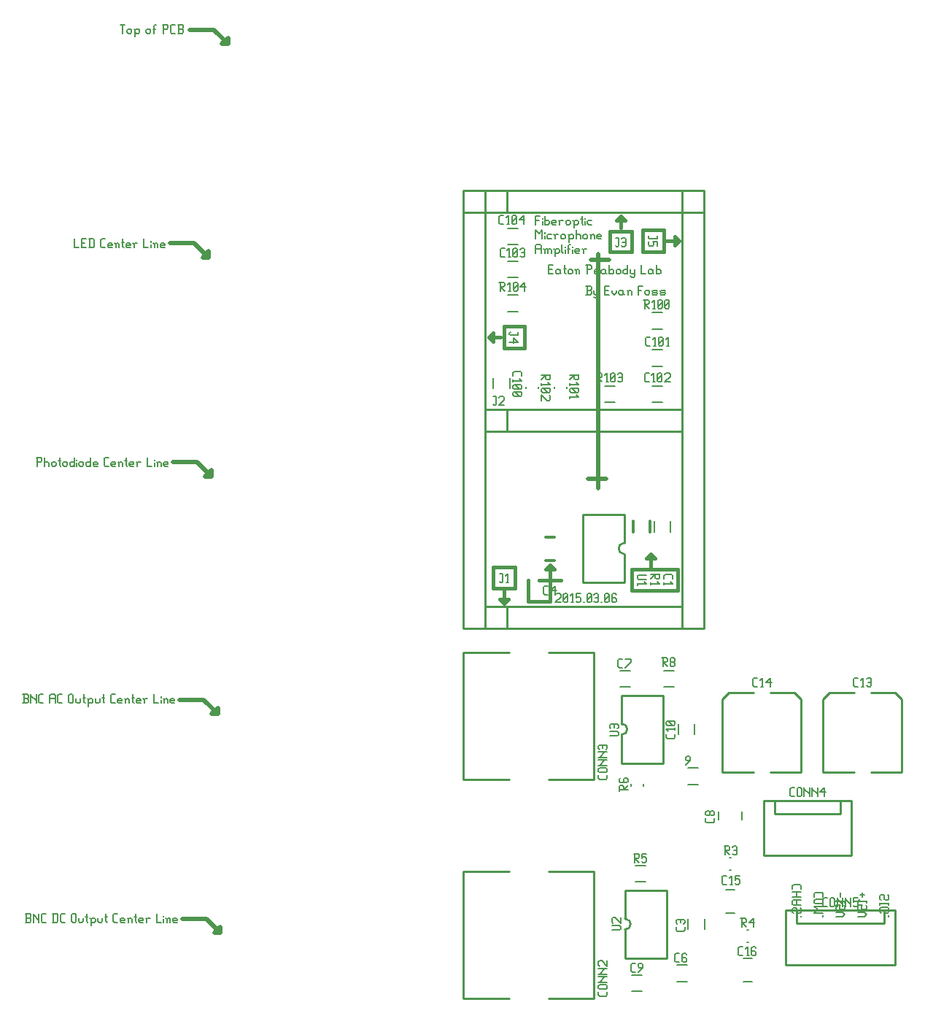
<source format=gbr>
G04 start of page 8 for group -4079 idx -4079 *
G04 Title: (unknown), topsilk *
G04 Creator: pcb 20140316 *
G04 CreationDate: Tue 22 Dec 2015 03:43:44 PM GMT UTC *
G04 For: fosse *
G04 Format: Gerber/RS-274X *
G04 PCB-Dimensions (mil): 5250.00 5000.00 *
G04 PCB-Coordinate-Origin: lower left *
%MOIN*%
%FSLAX25Y25*%
%LNTOPSILK*%
%ADD85C,0.0130*%
%ADD84C,0.0100*%
%ADD83C,0.0080*%
%ADD82C,0.0060*%
%ADD81C,0.0200*%
%ADD80C,0.0150*%
G54D80*X230000Y215600D02*X228000Y213600D01*
X226000Y215600D02*X230000D01*
X228000Y213600D02*X226000Y215600D01*
X228000Y219100D02*Y213600D01*
X233000Y230100D02*Y220600D01*
X223000Y230100D02*X233000D01*
X247000Y229100D02*X249000Y231100D01*
X223000Y230100D02*Y220600D01*
X249000Y225600D02*Y231100D01*
G54D81*X79850Y169600D02*X90850D01*
X97350Y163100D01*
Y165900D01*
X94550Y163100D02*X97350Y165900D01*
X94550Y163100D02*X97350D01*
X81050Y69600D02*X92050D01*
X98550Y63100D01*
Y65900D01*
X95750Y63100D02*X98550Y65900D01*
X95750Y63100D02*X98550D01*
G54D80*X306000Y381100D02*X308000Y379100D01*
X306000Y381100D02*Y377100D01*
X308000Y379100D02*X306000Y377100D01*
X302500Y379100D02*X308000D01*
X301000Y384100D02*Y374100D01*
X291500Y384100D02*X301000D01*
X276500Y383600D02*X286500D01*
X291500Y384100D02*Y374100D01*
X301000D01*
X276500D02*X286500D01*
X279500Y388600D02*X281500Y390600D01*
X279500Y388600D02*X283500D01*
X281500Y390600D02*X283500Y388600D01*
X281500Y390600D02*Y385100D01*
X276500Y383600D02*Y374100D01*
X286500Y383600D02*Y374100D01*
X223000Y333100D02*X221000Y335100D01*
X223000Y337100D02*Y333100D01*
X221000Y335100D02*X223000Y337100D01*
X221000Y335100D02*X226500D01*
X228000Y340100D02*Y330100D01*
X237500D01*
Y340100D02*Y330100D01*
X228000Y340100D02*X237500D01*
X239000Y214600D02*Y224100D01*
X249000Y214600D02*X239000D01*
X249000Y224100D02*Y214600D01*
X251000Y229100D02*X247000D01*
X254000Y224100D02*X244000D01*
X223000Y220600D02*X233000D01*
X307500Y219600D02*X286500D01*
X293000Y234100D02*X295000Y236100D01*
X297000Y234100D02*X293000D01*
X295000Y236100D02*X297000Y234100D01*
X295000Y230600D02*Y236100D01*
X307500Y229100D02*X286500D01*
X249000Y231100D02*X251000Y229100D01*
X286500Y219600D02*Y229100D01*
X307500D02*Y219600D01*
G54D81*X75600Y378100D02*X86600D01*
X93100Y371600D01*
Y374400D01*
X90300Y371600D02*X93100Y374400D01*
X90300Y371600D02*X93100D01*
X76800Y278100D02*X87800D01*
X94300Y271600D01*
Y274400D01*
X91500Y271600D02*X94300Y274400D01*
X91500Y271600D02*X94300D01*
X84550Y475600D02*X95550D01*
X102050Y469100D01*
Y471900D01*
X99250Y469100D02*X102050Y471900D01*
X99250Y469100D02*X102050D01*
X271000Y373000D02*Y266000D01*
X274800Y270600D02*X266300D01*
X267800Y370600D02*X276200D01*
G54D82*X248500Y366100D02*X250000D01*
X248500Y364100D02*X250500D01*
X248500Y368100D02*Y364100D01*
Y368100D02*X250500D01*
X253200Y366100D02*X253700Y365600D01*
X252200Y366100D02*X253200D01*
X251700Y365600D02*X252200Y366100D01*
X251700Y365600D02*Y364600D01*
X252200Y364100D01*
X253700Y366100D02*Y364600D01*
X254200Y364100D01*
X252200D02*X253200D01*
X253700Y364600D01*
X255900Y368100D02*Y364600D01*
X256400Y364100D01*
X255400Y366600D02*X256400D01*
X257400Y365600D02*Y364600D01*
Y365600D02*X257900Y366100D01*
X258900D01*
X259400Y365600D01*
Y364600D01*
X258900Y364100D02*X259400Y364600D01*
X257900Y364100D02*X258900D01*
X257400Y364600D02*X257900Y364100D01*
X261100Y365600D02*Y364100D01*
Y365600D02*X261600Y366100D01*
X262100D01*
X262600Y365600D01*
Y364100D01*
X260600Y366100D02*X261100Y365600D01*
X266100Y368100D02*Y364100D01*
X265600Y368100D02*X267600D01*
X268100Y367600D01*
Y366600D01*
X267600Y366100D02*X268100Y366600D01*
X266100Y366100D02*X267600D01*
X269800Y364100D02*X271300D01*
X269300Y364600D02*X269800Y364100D01*
X269300Y365600D02*Y364600D01*
Y365600D02*X269800Y366100D01*
X270800D01*
X271300Y365600D01*
X269300Y365100D02*X271300D01*
Y365600D02*Y365100D01*
X274000Y366100D02*X274500Y365600D01*
X273000Y366100D02*X274000D01*
X272500Y365600D02*X273000Y366100D01*
X272500Y365600D02*Y364600D01*
X273000Y364100D01*
X274500Y366100D02*Y364600D01*
X275000Y364100D01*
X273000D02*X274000D01*
X274500Y364600D01*
X276200Y368100D02*Y364100D01*
Y364600D02*X276700Y364100D01*
X277700D01*
X278200Y364600D01*
Y365600D02*Y364600D01*
X277700Y366100D02*X278200Y365600D01*
X276700Y366100D02*X277700D01*
X276200Y365600D02*X276700Y366100D01*
X279400Y365600D02*Y364600D01*
Y365600D02*X279900Y366100D01*
X280900D01*
X281400Y365600D01*
Y364600D01*
X280900Y364100D02*X281400Y364600D01*
X279900Y364100D02*X280900D01*
X279400Y364600D02*X279900Y364100D01*
X284600Y368100D02*Y364100D01*
X284100D02*X284600Y364600D01*
X283100Y364100D02*X284100D01*
X282600Y364600D02*X283100Y364100D01*
X282600Y365600D02*Y364600D01*
Y365600D02*X283100Y366100D01*
X284100D01*
X284600Y365600D01*
X285800Y366100D02*Y364600D01*
X286300Y364100D01*
X287800Y366100D02*Y363100D01*
X287300Y362600D02*X287800Y363100D01*
X286300Y362600D02*X287300D01*
X285800Y363100D02*X286300Y362600D01*
Y364100D02*X287300D01*
X287800Y364600D01*
X290800Y368100D02*Y364100D01*
X292800D01*
X295500Y366100D02*X296000Y365600D01*
X294500Y366100D02*X295500D01*
X294000Y365600D02*X294500Y366100D01*
X294000Y365600D02*Y364600D01*
X294500Y364100D01*
X296000Y366100D02*Y364600D01*
X296500Y364100D01*
X294500D02*X295500D01*
X296000Y364600D01*
X297700Y368100D02*Y364100D01*
Y364600D02*X298200Y364100D01*
X299200D01*
X299700Y364600D01*
Y365600D02*Y364600D01*
X299200Y366100D02*X299700Y365600D01*
X298200Y366100D02*X299200D01*
X297700Y365600D02*X298200Y366100D01*
X265500Y354600D02*X267500D01*
X268000Y355100D01*
Y356100D02*Y355100D01*
X267500Y356600D02*X268000Y356100D01*
X266000Y356600D02*X267500D01*
X266000Y358600D02*Y354600D01*
X265500Y358600D02*X267500D01*
X268000Y358100D01*
Y357100D01*
X267500Y356600D02*X268000Y357100D01*
X269200Y356600D02*Y355100D01*
X269700Y354600D01*
X271200Y356600D02*Y353600D01*
X270700Y353100D02*X271200Y353600D01*
X269700Y353100D02*X270700D01*
X269200Y353600D02*X269700Y353100D01*
Y354600D02*X270700D01*
X271200Y355100D01*
X274200Y356600D02*X275700D01*
X274200Y354600D02*X276200D01*
X274200Y358600D02*Y354600D01*
Y358600D02*X276200D01*
X277400Y356600D02*Y355600D01*
X278400Y354600D01*
X279400Y355600D01*
Y356600D02*Y355600D01*
X282100Y356600D02*X282600Y356100D01*
X281100Y356600D02*X282100D01*
X280600Y356100D02*X281100Y356600D01*
X280600Y356100D02*Y355100D01*
X281100Y354600D01*
X282600Y356600D02*Y355100D01*
X283100Y354600D01*
X281100D02*X282100D01*
X282600Y355100D01*
X284800Y356100D02*Y354600D01*
Y356100D02*X285300Y356600D01*
X285800D01*
X286300Y356100D01*
Y354600D01*
X284300Y356600D02*X284800Y356100D01*
X289300Y358600D02*Y354600D01*
Y358600D02*X291300D01*
X289300Y356600D02*X290800D01*
X292500Y356100D02*Y355100D01*
Y356100D02*X293000Y356600D01*
X294000D01*
X294500Y356100D01*
Y355100D01*
X294000Y354600D02*X294500Y355100D01*
X293000Y354600D02*X294000D01*
X292500Y355100D02*X293000Y354600D01*
X296200D02*X297700D01*
X298200Y355100D01*
X297700Y355600D02*X298200Y355100D01*
X296200Y355600D02*X297700D01*
X295700Y356100D02*X296200Y355600D01*
X295700Y356100D02*X296200Y356600D01*
X297700D01*
X298200Y356100D01*
X295700Y355100D02*X296200Y354600D01*
X299900D02*X301400D01*
X301900Y355100D01*
X301400Y355600D02*X301900Y355100D01*
X299900Y355600D02*X301400D01*
X299400Y356100D02*X299900Y355600D01*
X299400Y356100D02*X299900Y356600D01*
X301400D01*
X301900Y356100D01*
X299400Y355100D02*X299900Y354600D01*
X242500Y390600D02*Y386600D01*
Y390600D02*X244500D01*
X242500Y388600D02*X244000D01*
X245700Y389600D02*Y389100D01*
Y388100D02*Y386600D01*
X246700Y390600D02*Y386600D01*
Y387100D02*X247200Y386600D01*
X248200D01*
X248700Y387100D01*
Y388100D02*Y387100D01*
X248200Y388600D02*X248700Y388100D01*
X247200Y388600D02*X248200D01*
X246700Y388100D02*X247200Y388600D01*
X250400Y386600D02*X251900D01*
X249900Y387100D02*X250400Y386600D01*
X249900Y388100D02*Y387100D01*
Y388100D02*X250400Y388600D01*
X251400D01*
X251900Y388100D01*
X249900Y387600D02*X251900D01*
Y388100D02*Y387600D01*
X253600Y388100D02*Y386600D01*
Y388100D02*X254100Y388600D01*
X255100D01*
X253100D02*X253600Y388100D01*
X256300D02*Y387100D01*
Y388100D02*X256800Y388600D01*
X257800D01*
X258300Y388100D01*
Y387100D01*
X257800Y386600D02*X258300Y387100D01*
X256800Y386600D02*X257800D01*
X256300Y387100D02*X256800Y386600D01*
X260000Y388100D02*Y385100D01*
X259500Y388600D02*X260000Y388100D01*
X260500Y388600D01*
X261500D01*
X262000Y388100D01*
Y387100D01*
X261500Y386600D02*X262000Y387100D01*
X260500Y386600D02*X261500D01*
X260000Y387100D02*X260500Y386600D01*
X263700Y390600D02*Y387100D01*
X264200Y386600D01*
X263200Y389100D02*X264200D01*
X265200Y389600D02*Y389100D01*
Y388100D02*Y386600D01*
X266700Y388600D02*X268200D01*
X266200Y388100D02*X266700Y388600D01*
X266200Y388100D02*Y387100D01*
X266700Y386600D01*
X268200D01*
X242500Y384100D02*Y380100D01*
Y384100D02*X244000Y382600D01*
X245500Y384100D01*
Y380100D01*
X246700Y383100D02*Y382600D01*
Y381600D02*Y380100D01*
X248200Y382100D02*X249700D01*
X247700Y381600D02*X248200Y382100D01*
X247700Y381600D02*Y380600D01*
X248200Y380100D01*
X249700D01*
X251400Y381600D02*Y380100D01*
Y381600D02*X251900Y382100D01*
X252900D01*
X250900D02*X251400Y381600D01*
X254100D02*Y380600D01*
Y381600D02*X254600Y382100D01*
X255600D01*
X256100Y381600D01*
Y380600D01*
X255600Y380100D02*X256100Y380600D01*
X254600Y380100D02*X255600D01*
X254100Y380600D02*X254600Y380100D01*
X257800Y381600D02*Y378600D01*
X257300Y382100D02*X257800Y381600D01*
X258300Y382100D01*
X259300D01*
X259800Y381600D01*
Y380600D01*
X259300Y380100D02*X259800Y380600D01*
X258300Y380100D02*X259300D01*
X257800Y380600D02*X258300Y380100D01*
X261000Y384100D02*Y380100D01*
Y381600D02*X261500Y382100D01*
X262500D01*
X263000Y381600D01*
Y380100D01*
X264200Y381600D02*Y380600D01*
Y381600D02*X264700Y382100D01*
X265700D01*
X266200Y381600D01*
Y380600D01*
X265700Y380100D02*X266200Y380600D01*
X264700Y380100D02*X265700D01*
X264200Y380600D02*X264700Y380100D01*
X267900Y381600D02*Y380100D01*
Y381600D02*X268400Y382100D01*
X268900D01*
X269400Y381600D01*
Y380100D01*
X267400Y382100D02*X267900Y381600D01*
X271100Y380100D02*X272600D01*
X270600Y380600D02*X271100Y380100D01*
X270600Y381600D02*Y380600D01*
Y381600D02*X271100Y382100D01*
X272100D01*
X272600Y381600D01*
X270600Y381100D02*X272600D01*
Y381600D02*Y381100D01*
X242500Y377100D02*Y373600D01*
Y377100D02*X243000Y377600D01*
X244500D01*
X245000Y377100D01*
Y373600D01*
X242500Y375600D02*X245000D01*
X246700Y375100D02*Y373600D01*
Y375100D02*X247200Y375600D01*
X247700D01*
X248200Y375100D01*
Y373600D01*
Y375100D02*X248700Y375600D01*
X249200D01*
X249700Y375100D01*
Y373600D01*
X246200Y375600D02*X246700Y375100D01*
X251400D02*Y372100D01*
X250900Y375600D02*X251400Y375100D01*
X251900Y375600D01*
X252900D01*
X253400Y375100D01*
Y374100D01*
X252900Y373600D02*X253400Y374100D01*
X251900Y373600D02*X252900D01*
X251400Y374100D02*X251900Y373600D01*
X254600Y377600D02*Y374100D01*
X255100Y373600D01*
X256100Y376600D02*Y376100D01*
Y375100D02*Y373600D01*
X257600Y377100D02*Y373600D01*
Y377100D02*X258100Y377600D01*
X258600D01*
X257100Y375600D02*X258100D01*
X259600Y376600D02*Y376100D01*
Y375100D02*Y373600D01*
X261100D02*X262600D01*
X260600Y374100D02*X261100Y373600D01*
X260600Y375100D02*Y374100D01*
Y375100D02*X261100Y375600D01*
X262100D01*
X262600Y375100D01*
X260600Y374600D02*X262600D01*
Y375100D02*Y374600D01*
X264300Y375100D02*Y373600D01*
Y375100D02*X264800Y375600D01*
X265800D01*
X263800D02*X264300Y375100D01*
X14900Y280200D02*Y276200D01*
X14400Y280200D02*X16400D01*
X16900Y279700D01*
Y278700D01*
X16400Y278200D02*X16900Y278700D01*
X14900Y278200D02*X16400D01*
X18100Y280200D02*Y276200D01*
Y277700D02*X18600Y278200D01*
X19600D01*
X20100Y277700D01*
Y276200D01*
X21300Y277700D02*Y276700D01*
Y277700D02*X21800Y278200D01*
X22800D01*
X23300Y277700D01*
Y276700D01*
X22800Y276200D02*X23300Y276700D01*
X21800Y276200D02*X22800D01*
X21300Y276700D02*X21800Y276200D01*
X25000Y280200D02*Y276700D01*
X25500Y276200D01*
X24500Y278700D02*X25500D01*
X26500Y277700D02*Y276700D01*
Y277700D02*X27000Y278200D01*
X28000D01*
X28500Y277700D01*
Y276700D01*
X28000Y276200D02*X28500Y276700D01*
X27000Y276200D02*X28000D01*
X26500Y276700D02*X27000Y276200D01*
X31700Y280200D02*Y276200D01*
X31200D02*X31700Y276700D01*
X30200Y276200D02*X31200D01*
X29700Y276700D02*X30200Y276200D01*
X29700Y277700D02*Y276700D01*
Y277700D02*X30200Y278200D01*
X31200D01*
X31700Y277700D01*
X32900Y279200D02*Y278700D01*
Y277700D02*Y276200D01*
X33900Y277700D02*Y276700D01*
Y277700D02*X34400Y278200D01*
X35400D01*
X35900Y277700D01*
Y276700D01*
X35400Y276200D02*X35900Y276700D01*
X34400Y276200D02*X35400D01*
X33900Y276700D02*X34400Y276200D01*
X39100Y280200D02*Y276200D01*
X38600D02*X39100Y276700D01*
X37600Y276200D02*X38600D01*
X37100Y276700D02*X37600Y276200D01*
X37100Y277700D02*Y276700D01*
Y277700D02*X37600Y278200D01*
X38600D01*
X39100Y277700D01*
X40800Y276200D02*X42300D01*
X40300Y276700D02*X40800Y276200D01*
X40300Y277700D02*Y276700D01*
Y277700D02*X40800Y278200D01*
X41800D01*
X42300Y277700D01*
X40300Y277200D02*X42300D01*
Y277700D02*Y277200D01*
X45800Y276200D02*X47300D01*
X45300Y276700D02*X45800Y276200D01*
X45300Y279700D02*Y276700D01*
Y279700D02*X45800Y280200D01*
X47300D01*
X49000Y276200D02*X50500D01*
X48500Y276700D02*X49000Y276200D01*
X48500Y277700D02*Y276700D01*
Y277700D02*X49000Y278200D01*
X50000D01*
X50500Y277700D01*
X48500Y277200D02*X50500D01*
Y277700D02*Y277200D01*
X52200Y277700D02*Y276200D01*
Y277700D02*X52700Y278200D01*
X53200D01*
X53700Y277700D01*
Y276200D01*
X51700Y278200D02*X52200Y277700D01*
X55400Y280200D02*Y276700D01*
X55900Y276200D01*
X54900Y278700D02*X55900D01*
X57400Y276200D02*X58900D01*
X56900Y276700D02*X57400Y276200D01*
X56900Y277700D02*Y276700D01*
Y277700D02*X57400Y278200D01*
X58400D01*
X58900Y277700D01*
X56900Y277200D02*X58900D01*
Y277700D02*Y277200D01*
X60600Y277700D02*Y276200D01*
Y277700D02*X61100Y278200D01*
X62100D01*
X60100D02*X60600Y277700D01*
X65100Y280200D02*Y276200D01*
X67100D01*
X68300Y279200D02*Y278700D01*
Y277700D02*Y276200D01*
X69800Y277700D02*Y276200D01*
Y277700D02*X70300Y278200D01*
X70800D01*
X71300Y277700D01*
Y276200D01*
X69300Y278200D02*X69800Y277700D01*
X73000Y276200D02*X74500D01*
X72500Y276700D02*X73000Y276200D01*
X72500Y277700D02*Y276700D01*
Y277700D02*X73000Y278200D01*
X74000D01*
X74500Y277700D01*
X72500Y277200D02*X74500D01*
Y277700D02*Y277200D01*
X31900Y380100D02*Y376100D01*
X33900D01*
X35100Y378100D02*X36600D01*
X35100Y376100D02*X37100D01*
X35100Y380100D02*Y376100D01*
Y380100D02*X37100D01*
X38800D02*Y376100D01*
X40300Y380100D02*X40800Y379600D01*
Y376600D01*
X40300Y376100D02*X40800Y376600D01*
X38300Y376100D02*X40300D01*
X38300Y380100D02*X40300D01*
X44300Y376100D02*X45800D01*
X43800Y376600D02*X44300Y376100D01*
X43800Y379600D02*Y376600D01*
Y379600D02*X44300Y380100D01*
X45800D01*
X47500Y376100D02*X49000D01*
X47000Y376600D02*X47500Y376100D01*
X47000Y377600D02*Y376600D01*
Y377600D02*X47500Y378100D01*
X48500D01*
X49000Y377600D01*
X47000Y377100D02*X49000D01*
Y377600D02*Y377100D01*
X50700Y377600D02*Y376100D01*
Y377600D02*X51200Y378100D01*
X51700D01*
X52200Y377600D01*
Y376100D01*
X50200Y378100D02*X50700Y377600D01*
X53900Y380100D02*Y376600D01*
X54400Y376100D01*
X53400Y378600D02*X54400D01*
X55900Y376100D02*X57400D01*
X55400Y376600D02*X55900Y376100D01*
X55400Y377600D02*Y376600D01*
Y377600D02*X55900Y378100D01*
X56900D01*
X57400Y377600D01*
X55400Y377100D02*X57400D01*
Y377600D02*Y377100D01*
X59100Y377600D02*Y376100D01*
Y377600D02*X59600Y378100D01*
X60600D01*
X58600D02*X59100Y377600D01*
X63600Y380100D02*Y376100D01*
X65600D01*
X66800Y379100D02*Y378600D01*
Y377600D02*Y376100D01*
X68300Y377600D02*Y376100D01*
Y377600D02*X68800Y378100D01*
X69300D01*
X69800Y377600D01*
Y376100D01*
X67800Y378100D02*X68300Y377600D01*
X71500Y376100D02*X73000D01*
X71000Y376600D02*X71500Y376100D01*
X71000Y377600D02*Y376600D01*
Y377600D02*X71500Y378100D01*
X72500D01*
X73000Y377600D01*
X71000Y377100D02*X73000D01*
Y377600D02*Y377100D01*
X52650Y477900D02*X54650D01*
X53650D02*Y473900D01*
X55850Y475400D02*Y474400D01*
Y475400D02*X56350Y475900D01*
X57350D01*
X57850Y475400D01*
Y474400D01*
X57350Y473900D02*X57850Y474400D01*
X56350Y473900D02*X57350D01*
X55850Y474400D02*X56350Y473900D01*
X59550Y475400D02*Y472400D01*
X59050Y475900D02*X59550Y475400D01*
X60050Y475900D01*
X61050D01*
X61550Y475400D01*
Y474400D01*
X61050Y473900D02*X61550Y474400D01*
X60050Y473900D02*X61050D01*
X59550Y474400D02*X60050Y473900D01*
X64550Y475400D02*Y474400D01*
Y475400D02*X65050Y475900D01*
X66050D01*
X66550Y475400D01*
Y474400D01*
X66050Y473900D02*X66550Y474400D01*
X65050Y473900D02*X66050D01*
X64550Y474400D02*X65050Y473900D01*
X68250Y477400D02*Y473900D01*
Y477400D02*X68750Y477900D01*
X69250D01*
X67750Y475900D02*X68750D01*
X72550Y477900D02*Y473900D01*
X72050Y477900D02*X74050D01*
X74550Y477400D01*
Y476400D01*
X74050Y475900D02*X74550Y476400D01*
X72550Y475900D02*X74050D01*
X76250Y473900D02*X77750D01*
X75750Y474400D02*X76250Y473900D01*
X75750Y477400D02*Y474400D01*
Y477400D02*X76250Y477900D01*
X77750D01*
X78950Y473900D02*X80950D01*
X81450Y474400D01*
Y475400D02*Y474400D01*
X80950Y475900D02*X81450Y475400D01*
X79450Y475900D02*X80950D01*
X79450Y477900D02*Y473900D01*
X78950Y477900D02*X80950D01*
X81450Y477400D01*
Y476400D01*
X80950Y475900D02*X81450Y476400D01*
X8150Y168100D02*X10150D01*
X10650Y168600D01*
Y169600D02*Y168600D01*
X10150Y170100D02*X10650Y169600D01*
X8650Y170100D02*X10150D01*
X8650Y172100D02*Y168100D01*
X8150Y172100D02*X10150D01*
X10650Y171600D01*
Y170600D01*
X10150Y170100D02*X10650Y170600D01*
X11850Y172100D02*Y168100D01*
Y172100D02*Y171600D01*
X14350Y169100D01*
Y172100D02*Y168100D01*
X16050D02*X17550D01*
X15550Y168600D02*X16050Y168100D01*
X15550Y171600D02*Y168600D01*
Y171600D02*X16050Y172100D01*
X17550D01*
X20550Y171600D02*Y168100D01*
Y171600D02*X21050Y172100D01*
X22550D01*
X23050Y171600D01*
Y168100D01*
X20550Y170100D02*X23050D01*
X24750Y168100D02*X26250D01*
X24250Y168600D02*X24750Y168100D01*
X24250Y171600D02*Y168600D01*
Y171600D02*X24750Y172100D01*
X26250D01*
X29250Y171600D02*Y168600D01*
Y171600D02*X29750Y172100D01*
X30750D01*
X31250Y171600D01*
Y168600D01*
X30750Y168100D02*X31250Y168600D01*
X29750Y168100D02*X30750D01*
X29250Y168600D02*X29750Y168100D01*
X32450Y170100D02*Y168600D01*
X32950Y168100D01*
X33950D01*
X34450Y168600D01*
Y170100D02*Y168600D01*
X36150Y172100D02*Y168600D01*
X36650Y168100D01*
X35650Y170600D02*X36650D01*
X38150Y169600D02*Y166600D01*
X37650Y170100D02*X38150Y169600D01*
X38650Y170100D01*
X39650D01*
X40150Y169600D01*
Y168600D01*
X39650Y168100D02*X40150Y168600D01*
X38650Y168100D02*X39650D01*
X38150Y168600D02*X38650Y168100D01*
X41350Y170100D02*Y168600D01*
X41850Y168100D01*
X42850D01*
X43350Y168600D01*
Y170100D02*Y168600D01*
X45050Y172100D02*Y168600D01*
X45550Y168100D01*
X44550Y170600D02*X45550D01*
X48850Y168100D02*X50350D01*
X48350Y168600D02*X48850Y168100D01*
X48350Y171600D02*Y168600D01*
Y171600D02*X48850Y172100D01*
X50350D01*
X52050Y168100D02*X53550D01*
X51550Y168600D02*X52050Y168100D01*
X51550Y169600D02*Y168600D01*
Y169600D02*X52050Y170100D01*
X53050D01*
X53550Y169600D01*
X51550Y169100D02*X53550D01*
Y169600D02*Y169100D01*
X55250Y169600D02*Y168100D01*
Y169600D02*X55750Y170100D01*
X56250D01*
X56750Y169600D01*
Y168100D01*
X54750Y170100D02*X55250Y169600D01*
X58450Y172100D02*Y168600D01*
X58950Y168100D01*
X57950Y170600D02*X58950D01*
X60450Y168100D02*X61950D01*
X59950Y168600D02*X60450Y168100D01*
X59950Y169600D02*Y168600D01*
Y169600D02*X60450Y170100D01*
X61450D01*
X61950Y169600D01*
X59950Y169100D02*X61950D01*
Y169600D02*Y169100D01*
X63650Y169600D02*Y168100D01*
Y169600D02*X64150Y170100D01*
X65150D01*
X63150D02*X63650Y169600D01*
X68150Y172100D02*Y168100D01*
X70150D01*
X71350Y171100D02*Y170600D01*
Y169600D02*Y168100D01*
X72850Y169600D02*Y168100D01*
Y169600D02*X73350Y170100D01*
X73850D01*
X74350Y169600D01*
Y168100D01*
X72350Y170100D02*X72850Y169600D01*
X76050Y168100D02*X77550D01*
X75550Y168600D02*X76050Y168100D01*
X75550Y169600D02*Y168600D01*
Y169600D02*X76050Y170100D01*
X77050D01*
X77550Y169600D01*
X75550Y169100D02*X77550D01*
Y169600D02*Y169100D01*
X9350Y67800D02*X11350D01*
X11850Y68300D01*
Y69300D02*Y68300D01*
X11350Y69800D02*X11850Y69300D01*
X9850Y69800D02*X11350D01*
X9850Y71800D02*Y67800D01*
X9350Y71800D02*X11350D01*
X11850Y71300D01*
Y70300D01*
X11350Y69800D02*X11850Y70300D01*
X13050Y71800D02*Y67800D01*
Y71800D02*Y71300D01*
X15550Y68800D01*
Y71800D02*Y67800D01*
X17250D02*X18750D01*
X16750Y68300D02*X17250Y67800D01*
X16750Y71300D02*Y68300D01*
Y71300D02*X17250Y71800D01*
X18750D01*
X22250D02*Y67800D01*
X23750Y71800D02*X24250Y71300D01*
Y68300D01*
X23750Y67800D02*X24250Y68300D01*
X21750Y67800D02*X23750D01*
X21750Y71800D02*X23750D01*
X25950Y67800D02*X27450D01*
X25450Y68300D02*X25950Y67800D01*
X25450Y71300D02*Y68300D01*
Y71300D02*X25950Y71800D01*
X27450D01*
X30450Y71300D02*Y68300D01*
Y71300D02*X30950Y71800D01*
X31950D01*
X32450Y71300D01*
Y68300D01*
X31950Y67800D02*X32450Y68300D01*
X30950Y67800D02*X31950D01*
X30450Y68300D02*X30950Y67800D01*
X33650Y69800D02*Y68300D01*
X34150Y67800D01*
X35150D01*
X35650Y68300D01*
Y69800D02*Y68300D01*
X37350Y71800D02*Y68300D01*
X37850Y67800D01*
X36850Y70300D02*X37850D01*
X39350Y69300D02*Y66300D01*
X38850Y69800D02*X39350Y69300D01*
X39850Y69800D01*
X40850D01*
X41350Y69300D01*
Y68300D01*
X40850Y67800D02*X41350Y68300D01*
X39850Y67800D02*X40850D01*
X39350Y68300D02*X39850Y67800D01*
X42550Y69800D02*Y68300D01*
X43050Y67800D01*
X44050D01*
X44550Y68300D01*
Y69800D02*Y68300D01*
X46250Y71800D02*Y68300D01*
X46750Y67800D01*
X45750Y70300D02*X46750D01*
X50050Y67800D02*X51550D01*
X49550Y68300D02*X50050Y67800D01*
X49550Y71300D02*Y68300D01*
Y71300D02*X50050Y71800D01*
X51550D01*
X53250Y67800D02*X54750D01*
X52750Y68300D02*X53250Y67800D01*
X52750Y69300D02*Y68300D01*
Y69300D02*X53250Y69800D01*
X54250D01*
X54750Y69300D01*
X52750Y68800D02*X54750D01*
Y69300D02*Y68800D01*
X56450Y69300D02*Y67800D01*
Y69300D02*X56950Y69800D01*
X57450D01*
X57950Y69300D01*
Y67800D01*
X55950Y69800D02*X56450Y69300D01*
X59650Y71800D02*Y68300D01*
X60150Y67800D01*
X59150Y70300D02*X60150D01*
X61650Y67800D02*X63150D01*
X61150Y68300D02*X61650Y67800D01*
X61150Y69300D02*Y68300D01*
Y69300D02*X61650Y69800D01*
X62650D01*
X63150Y69300D01*
X61150Y68800D02*X63150D01*
Y69300D02*Y68800D01*
X64850Y69300D02*Y67800D01*
Y69300D02*X65350Y69800D01*
X66350D01*
X64350D02*X64850Y69300D01*
X69350Y71800D02*Y67800D01*
X71350D01*
X72550Y70800D02*Y70300D01*
Y69300D02*Y67800D01*
X74050Y69300D02*Y67800D01*
Y69300D02*X74550Y69800D01*
X75050D01*
X75550Y69300D01*
Y67800D01*
X73550Y69800D02*X74050Y69300D01*
X77250Y67800D02*X78750D01*
X76750Y68300D02*X77250Y67800D01*
X76750Y69300D02*Y68300D01*
Y69300D02*X77250Y69800D01*
X78250D01*
X78750Y69300D01*
X76750Y68800D02*X78750D01*
Y69300D02*Y68800D01*
X251500Y217600D02*X252000Y218100D01*
X253500D01*
X254000Y217600D01*
Y216600D01*
X251500Y214100D02*X254000Y216600D01*
X251500Y214100D02*X254000D01*
X255200Y214600D02*X255700Y214100D01*
X255200Y217600D02*Y214600D01*
Y217600D02*X255700Y218100D01*
X256700D01*
X257200Y217600D01*
Y214600D01*
X256700Y214100D02*X257200Y214600D01*
X255700Y214100D02*X256700D01*
X255200Y215100D02*X257200Y217100D01*
X258900Y214100D02*X259900D01*
X259400Y218100D02*Y214100D01*
X258400Y217100D02*X259400Y218100D01*
X261100D02*X263100D01*
X261100D02*Y216100D01*
X261600Y216600D01*
X262600D01*
X263100Y216100D01*
Y214600D01*
X262600Y214100D02*X263100Y214600D01*
X261600Y214100D02*X262600D01*
X261100Y214600D02*X261600Y214100D01*
X264300D02*X264800D01*
X266000Y214600D02*X266500Y214100D01*
X266000Y217600D02*Y214600D01*
Y217600D02*X266500Y218100D01*
X267500D01*
X268000Y217600D01*
Y214600D01*
X267500Y214100D02*X268000Y214600D01*
X266500Y214100D02*X267500D01*
X266000Y215100D02*X268000Y217100D01*
X269200Y217600D02*X269700Y218100D01*
X270700D01*
X271200Y217600D01*
Y214600D01*
X270700Y214100D02*X271200Y214600D01*
X269700Y214100D02*X270700D01*
X269200Y214600D02*X269700Y214100D01*
Y216100D02*X271200D01*
X272400Y214100D02*X272900D01*
X274100Y214600D02*X274600Y214100D01*
X274100Y217600D02*Y214600D01*
Y217600D02*X274600Y218100D01*
X275600D01*
X276100Y217600D01*
Y214600D01*
X275600Y214100D02*X276100Y214600D01*
X274600Y214100D02*X275600D01*
X274100Y215100D02*X276100Y217100D01*
X278800Y218100D02*X279300Y217600D01*
X277800Y218100D02*X278800D01*
X277300Y217600D02*X277800Y218100D01*
X277300Y217600D02*Y214600D01*
X277800Y214100D01*
X278800Y216100D02*X279300Y215600D01*
X277300Y216100D02*X278800D01*
X277800Y214100D02*X278800D01*
X279300Y214600D01*
Y215600D02*Y214600D01*
X363900Y83100D02*Y84600D01*
X363400Y85100D02*X363900Y84600D01*
X360400Y85100D02*X363400D01*
X360400D02*X359900Y84600D01*
Y83100D02*Y84600D01*
Y81900D02*X363900D01*
X359900Y79400D02*X363900D01*
X361900D02*Y81900D01*
X360400Y78200D02*X363900D01*
X360400D02*X359900Y77700D01*
Y76200D02*Y77700D01*
Y76200D02*X360400Y75700D01*
X363900D01*
X361900D02*Y78200D01*
X359900Y72500D02*X360400Y72000D01*
X359900Y72500D02*Y74000D01*
X360400Y74500D02*X359900Y74000D01*
X360400Y74500D02*X361400D01*
X361900Y74000D01*
Y72500D02*Y74000D01*
Y72500D02*X362400Y72000D01*
X363400D01*
X363900Y72500D02*X363400Y72000D01*
X363900Y72500D02*Y74000D01*
X363400Y74500D02*X363900Y74000D01*
Y70300D02*Y70800D01*
X373900Y79600D02*Y81100D01*
X373400Y81600D02*X373900Y81100D01*
X370400Y81600D02*X373400D01*
X370400D02*X369900Y81100D01*
Y79600D02*Y81100D01*
X370400Y78400D02*X373400D01*
X370400D02*X369900Y77900D01*
Y76900D02*Y77900D01*
Y76900D02*X370400Y76400D01*
X373400D01*
X373900Y76900D02*X373400Y76400D01*
X373900Y76900D02*Y77900D01*
X373400Y78400D02*X373900Y77900D01*
X369900Y75200D02*X373900D01*
X369900D02*X371400Y73700D01*
X369900Y72200D01*
X373900D01*
Y70500D02*Y71000D01*
X381900Y79600D02*Y81600D01*
X383900Y76900D02*Y77900D01*
X379900Y77400D02*X383900D01*
X380900Y78400D02*X379900Y77400D01*
Y73700D02*Y75700D01*
X381900D01*
X381400Y75200D01*
Y74200D02*Y75200D01*
Y74200D02*X381900Y73700D01*
X383400D01*
X383900Y74200D02*X383400Y73700D01*
X383900Y74200D02*Y75200D01*
X383400Y75700D02*X383900Y75200D01*
X379900Y72500D02*X382900D01*
X383900Y71500D01*
X382900Y70500D01*
X379900D02*X382900D01*
X391900Y79600D02*Y81600D01*
X390900Y80600D02*X392900D01*
X393900Y76900D02*Y77900D01*
X389900Y77400D02*X393900D01*
X390900Y78400D02*X389900Y77400D01*
Y73700D02*Y75700D01*
X391900D01*
X391400Y75200D01*
Y74200D02*Y75200D01*
Y74200D02*X391900Y73700D01*
X393400D01*
X393900Y74200D02*X393400Y73700D01*
X393900Y74200D02*Y75200D01*
X393400Y75700D02*X393900Y75200D01*
X389900Y72500D02*X392900D01*
X393900Y71500D01*
X392900Y70500D01*
X389900D02*X392900D01*
X399900Y78600D02*X400400Y78100D01*
X399900Y78600D02*Y80100D01*
X400400Y80600D02*X399900Y80100D01*
X400400Y80600D02*X401400D01*
X401900Y80100D01*
Y78600D02*Y80100D01*
Y78600D02*X402400Y78100D01*
X403400D01*
X403900Y78600D02*X403400Y78100D01*
X403900Y78600D02*Y80100D01*
X403400Y80600D02*X403900Y80100D01*
X399900Y75900D02*Y76900D01*
Y76400D02*X403900D01*
Y75900D02*Y76900D01*
X399900Y72700D02*X400400Y72200D01*
X399900Y72700D02*Y74200D01*
X400400Y74700D02*X399900Y74200D01*
X400400Y74700D02*X403400D01*
X403900Y74200D01*
Y72700D02*Y74200D01*
Y72700D02*X403400Y72200D01*
X402400D02*X403400D01*
X401900Y72700D02*X402400Y72200D01*
X401900Y72700D02*Y73700D01*
X403900Y70500D02*Y71000D01*
G54D83*X230740Y316557D02*Y311833D01*
X223260Y316557D02*Y311833D01*
X274138Y312840D02*X278862D01*
X274138Y305360D02*X278862D01*
X243755Y312493D02*Y311707D01*
X238245Y312493D02*Y311707D01*
X256755Y312493D02*Y311707D01*
X251245Y312493D02*Y311707D01*
G54D84*X209500Y402100D02*Y202100D01*
X219500D01*
Y402100D01*
X209500D01*
Y392100D02*X219500D01*
Y402100D01*
G54D85*X247032Y233036D02*X250968D01*
X247032Y243664D02*X250968D01*
G54D84*X283000Y236100D02*Y223100D01*
Y254100D02*Y241100D01*
X264000Y223100D02*X283000D01*
X264000Y254100D02*Y223100D01*
Y254100D02*X283000D01*
Y241100D02*G75*G03X283000Y236100I0J-2500D01*G01*
X209550Y191100D02*Y133100D01*
X248400Y191100D02*X269250D01*
Y133100D01*
X209550D02*X230400D01*
X209550Y191100D02*X230400D01*
X248400Y133100D02*X269250D01*
X210384Y191100D03*
X209550Y91100D02*Y33100D01*
X248400Y91100D02*X269250D01*
Y33100D01*
X209550D02*X230400D01*
X209550Y91100D02*X230400D01*
X248400Y33100D02*X269250D01*
X210384Y91100D03*
G54D83*X229638Y369840D02*X234362D01*
X229638Y362360D02*X234362D01*
X229638Y384840D02*X234362D01*
X229638Y377360D02*X234362D01*
X229638Y354340D02*X234362D01*
X229638Y346860D02*X234362D01*
X295638Y329340D02*X300362D01*
X295638Y321860D02*X300362D01*
X295638Y346340D02*X300362D01*
X295638Y338860D02*X300362D01*
G54D84*X309500Y402100D02*Y202100D01*
X319500D01*
Y402100D01*
X309500D01*
Y392100D02*X319500D01*
Y402100D01*
X219500Y202100D02*X309500D01*
Y212100D02*Y202100D01*
X219500Y212100D02*X309500D01*
X219500D02*Y202100D01*
X229500Y212100D02*Y202100D01*
X219500Y212100D02*X229500D01*
G54D85*X287260Y250971D02*Y246247D01*
X294740Y250971D02*Y246247D01*
G54D83*X281038Y182840D02*X285762D01*
X281038Y175360D02*X285762D01*
G54D84*X219500Y292100D02*X309500D01*
Y302100D02*Y292100D01*
X219500Y302100D02*X309500D01*
X219500D02*Y292100D01*
X229500Y302100D02*Y292100D01*
X219500Y302100D02*X229500D01*
X219500Y392100D02*X309500D01*
Y402100D02*Y392100D01*
X219500Y402100D02*X309500D01*
X219500D02*Y392100D01*
X229500Y402100D02*Y392100D01*
X219500Y402100D02*X229500D01*
G54D83*X295638Y312840D02*X300362D01*
X295638Y305360D02*X300362D01*
X304240Y250962D02*Y246238D01*
X296760Y250962D02*Y246238D01*
X326086Y118568D02*Y114632D01*
X336714Y118568D02*Y114632D01*
G54D84*X363932Y136568D02*X349774D01*
X363932D02*Y169632D01*
X360932Y172632D01*
X349774D01*
X327868Y136568D02*X342026D01*
X327868D02*Y169632D01*
X330868Y172632D01*
X342026D01*
X409932Y136568D02*X395774D01*
X409932D02*Y169632D01*
X406932Y172632D01*
X395774D01*
X373868Y136568D02*X388026D01*
X373868D02*Y169632D01*
X376868Y172632D01*
X388026D01*
X346900Y98300D02*X386900D01*
X346900Y123300D02*X386900D01*
X351900Y117300D02*Y123300D01*
Y117300D02*X381900D01*
Y123300D01*
X346900D02*Y98300D01*
X386900Y123300D02*Y98300D01*
X281900Y140600D02*X300900D01*
Y171600D02*Y140600D01*
X281900Y171600D02*X300900D01*
X281900Y153600D02*Y140600D01*
Y171600D02*Y158600D01*
Y153600D02*G75*G03X281900Y158600I0J2500D01*G01*
G54D83*X301038Y182840D02*X305762D01*
X301038Y175360D02*X305762D01*
X307660Y158462D02*Y153738D01*
X315140Y158462D02*Y153738D01*
X312038Y138340D02*X316762D01*
X312038Y130860D02*X316762D01*
X286145Y130993D02*Y130207D01*
X291655Y130993D02*Y130207D01*
X329432Y82914D02*X333368D01*
X329432Y72286D02*X333368D01*
X312160Y69462D02*Y64738D01*
X319640Y69462D02*Y64738D01*
G54D84*X283400Y51600D02*X302400D01*
Y82600D02*Y51600D01*
X283400Y82600D02*X302400D01*
X283400Y64600D02*Y51600D01*
Y82600D02*Y69600D01*
Y64600D02*G75*G03X283400Y69600I0J2500D01*G01*
G54D83*X307038Y48340D02*X311762D01*
X307038Y40860D02*X311762D01*
X331007Y97355D02*X331793D01*
X331007Y91845D02*X331793D01*
X288038Y93840D02*X292762D01*
X288038Y86360D02*X292762D01*
X286538Y43840D02*X291262D01*
X286538Y36360D02*X291262D01*
X337432Y51414D02*X341368D01*
X337432Y40786D02*X341368D01*
G54D84*X356900Y48300D02*X406900D01*
X356900Y73300D02*X406900D01*
X361900Y67300D02*Y73300D01*
Y67300D02*X401900D01*
Y73300D01*
X356900D02*Y48300D01*
X406900Y73300D02*Y48300D01*
G54D83*X339007Y64355D02*X339793D01*
X339007Y58845D02*X339793D01*
G54D82*X249150Y318250D02*Y316250D01*
X248650Y315750D01*
X247650D02*X248650D01*
X247150Y316250D02*X247650Y315750D01*
X247150Y317750D02*Y316250D01*
X245150Y317750D02*X249150D01*
X247150D02*X245150Y315750D01*
Y314050D02*Y313050D01*
Y313550D02*X249150D01*
X248150Y314550D02*X249150Y313550D01*
X245650Y311850D02*X245150Y311350D01*
X245650Y311850D02*X248650D01*
X249150Y311350D01*
Y310350D01*
X248650Y309850D01*
X245650D02*X248650D01*
X245150Y310350D02*X245650Y309850D01*
X245150Y311350D02*Y310350D01*
X246150Y311850D02*X248150Y309850D01*
X248650Y308650D02*X249150Y308150D01*
Y306650D01*
X248650Y306150D01*
X247650D02*X248650D01*
X245150Y308650D02*X247650Y306150D01*
X245150Y308650D02*Y306150D01*
X223000Y308100D02*X224500D01*
Y304600D01*
X224000Y304100D02*X224500Y304600D01*
X223500Y304100D02*X224000D01*
X223000Y304600D02*X223500Y304100D01*
X225700Y307600D02*X226200Y308100D01*
X227700D01*
X228200Y307600D01*
Y306600D01*
X225700Y304100D02*X228200Y306600D01*
X225700Y304100D02*X228200D01*
X262150Y318250D02*Y316250D01*
X261650Y315750D01*
X260650D02*X261650D01*
X260150Y316250D02*X260650Y315750D01*
X260150Y317750D02*Y316250D01*
X258150Y317750D02*X262150D01*
X260150D02*X258150Y315750D01*
Y314050D02*Y313050D01*
Y313550D02*X262150D01*
X261150Y314550D02*X262150Y313550D01*
X258650Y311850D02*X258150Y311350D01*
X258650Y311850D02*X261650D01*
X262150Y311350D01*
Y310350D01*
X261650Y309850D01*
X258650D02*X261650D01*
X258150Y310350D02*X258650Y309850D01*
X258150Y311350D02*Y310350D01*
X259150Y311850D02*X261150Y309850D01*
X258150Y308150D02*Y307150D01*
Y307650D02*X262150D01*
X261150Y308650D02*X262150Y307650D01*
X246755Y217500D02*X248255D01*
X246255Y218000D02*X246755Y217500D01*
X246255Y221000D02*Y218000D01*
Y221000D02*X246755Y221500D01*
X248255D01*
X249455Y219500D02*X251455Y221500D01*
X249455Y219500D02*X251955D01*
X251455Y221500D02*Y217500D01*
X232150Y318845D02*Y317345D01*
X232650Y319345D02*X232150Y318845D01*
X232650Y319345D02*X235650D01*
X236150Y318845D01*
Y317345D01*
X232150Y315645D02*Y314645D01*
Y315145D02*X236150D01*
X235150Y316145D02*X236150Y315145D01*
X232650Y313445D02*X232150Y312945D01*
X232650Y313445D02*X235650D01*
X236150Y312945D01*
Y311945D01*
X235650Y311445D01*
X232650D02*X235650D01*
X232150Y311945D02*X232650Y311445D01*
X232150Y312945D02*Y311945D01*
X233150Y313445D02*X235150Y311445D01*
X232650Y310245D02*X232150Y309745D01*
X232650Y310245D02*X235650D01*
X236150Y309745D01*
Y308745D01*
X235650Y308245D01*
X232650D02*X235650D01*
X232150Y308745D02*X232650Y308245D01*
X232150Y309745D02*Y308745D01*
X233150Y310245D02*X235150Y308245D01*
X226850Y371750D02*X228350D01*
X226350Y372250D02*X226850Y371750D01*
X226350Y375250D02*Y372250D01*
Y375250D02*X226850Y375750D01*
X228350D01*
X230050Y371750D02*X231050D01*
X230550Y375750D02*Y371750D01*
X229550Y374750D02*X230550Y375750D01*
X232250Y372250D02*X232750Y371750D01*
X232250Y375250D02*Y372250D01*
Y375250D02*X232750Y375750D01*
X233750D01*
X234250Y375250D01*
Y372250D01*
X233750Y371750D02*X234250Y372250D01*
X232750Y371750D02*X233750D01*
X232250Y372750D02*X234250Y374750D01*
X235450Y375250D02*X235950Y375750D01*
X236950D01*
X237450Y375250D01*
Y372250D01*
X236950Y371750D02*X237450Y372250D01*
X235950Y371750D02*X236950D01*
X235450Y372250D02*X235950Y371750D01*
Y373750D02*X237450D01*
X226350Y386750D02*X227850D01*
X225850Y387250D02*X226350Y386750D01*
X225850Y390250D02*Y387250D01*
Y390250D02*X226350Y390750D01*
X227850D01*
X229550Y386750D02*X230550D01*
X230050Y390750D02*Y386750D01*
X229050Y389750D02*X230050Y390750D01*
X231750Y387250D02*X232250Y386750D01*
X231750Y390250D02*Y387250D01*
Y390250D02*X232250Y390750D01*
X233250D01*
X233750Y390250D01*
Y387250D01*
X233250Y386750D02*X233750Y387250D01*
X232250Y386750D02*X233250D01*
X231750Y387750D02*X233750Y389750D01*
X234950Y388750D02*X236950Y390750D01*
X234950Y388750D02*X237450D01*
X236950Y390750D02*Y386750D01*
X225945Y360250D02*X227945D01*
X228445Y359750D01*
Y358750D01*
X227945Y358250D02*X228445Y358750D01*
X226445Y358250D02*X227945D01*
X226445Y360250D02*Y356250D01*
Y358250D02*X228445Y356250D01*
X230145D02*X231145D01*
X230645Y360250D02*Y356250D01*
X229645Y359250D02*X230645Y360250D01*
X232345Y356750D02*X232845Y356250D01*
X232345Y359750D02*Y356750D01*
Y359750D02*X232845Y360250D01*
X233845D01*
X234345Y359750D01*
Y356750D01*
X233845Y356250D02*X234345Y356750D01*
X232845Y356250D02*X233845D01*
X232345Y357250D02*X234345Y359250D01*
X235545Y358250D02*X237545Y360250D01*
X235545Y358250D02*X238045D01*
X237545Y360250D02*Y356250D01*
X234500Y337600D02*Y336100D01*
X231000D02*X234500D01*
X230500Y336600D02*X231000Y336100D01*
X230500Y337100D02*Y336600D01*
X231000Y337600D02*X230500Y337100D01*
X232500Y334900D02*X234500Y332900D01*
X232500Y334900D02*Y332400D01*
X230500Y332900D02*X234500D01*
X226000Y227100D02*X227500D01*
Y223600D01*
X227000Y223100D02*X227500Y223600D01*
X226500Y223100D02*X227000D01*
X226000Y223600D02*X226500Y223100D01*
X229200D02*X230200D01*
X229700Y227100D02*Y223100D01*
X228700Y226100D02*X229700Y227100D01*
X299150Y227259D02*Y225259D01*
X298650Y224759D01*
X297650D02*X298650D01*
X297150Y225259D02*X297650Y224759D01*
X297150Y226759D02*Y225259D01*
X295150Y226759D02*X299150D01*
X297150D02*X295150Y224759D01*
Y223059D02*Y222059D01*
Y222559D02*X299150D01*
X298150Y223559D02*X299150Y222559D01*
X289500Y226600D02*X293000D01*
X289500D02*X289000Y226100D01*
Y225100D01*
X289500Y224600D01*
X293000D01*
X289000Y222900D02*Y221900D01*
Y222400D02*X293000D01*
X292000Y223400D02*X293000Y222400D01*
X301150Y226250D02*Y224750D01*
X301650Y226750D02*X301150Y226250D01*
X301650Y226750D02*X304650D01*
X305150Y226250D01*
Y224750D01*
X301150Y223050D02*Y222050D01*
Y222550D02*X305150D01*
X304150Y223550D02*X305150Y222550D01*
X270445Y318750D02*X272445D01*
X272945Y318250D01*
Y317250D01*
X272445Y316750D02*X272945Y317250D01*
X270945Y316750D02*X272445D01*
X270945Y318750D02*Y314750D01*
Y316750D02*X272945Y314750D01*
X274645D02*X275645D01*
X275145Y318750D02*Y314750D01*
X274145Y317750D02*X275145Y318750D01*
X276845Y315250D02*X277345Y314750D01*
X276845Y318250D02*Y315250D01*
Y318250D02*X277345Y318750D01*
X278345D01*
X278845Y318250D01*
Y315250D01*
X278345Y314750D02*X278845Y315250D01*
X277345Y314750D02*X278345D01*
X276845Y315750D02*X278845Y317750D01*
X280045Y318250D02*X280545Y318750D01*
X281545D01*
X282045Y318250D01*
Y315250D01*
X281545Y314750D02*X282045Y315250D01*
X280545Y314750D02*X281545D01*
X280045Y315250D02*X280545Y314750D01*
Y316750D02*X282045D01*
X298000Y381600D02*Y380100D01*
X294500D02*X298000D01*
X294000Y380600D02*X294500Y380100D01*
X294000Y381100D02*Y380600D01*
X294500Y381600D02*X294000Y381100D01*
X298000Y378900D02*Y376900D01*
X296000Y378900D02*X298000D01*
X296000D02*X296500Y378400D01*
Y377400D01*
X296000Y376900D01*
X294500D02*X296000D01*
X294000Y377400D02*X294500Y376900D01*
X294000Y378400D02*Y377400D01*
X294500Y378900D02*X294000Y378400D01*
X279000Y380600D02*X280500D01*
Y377100D01*
X280000Y376600D02*X280500Y377100D01*
X279500Y376600D02*X280000D01*
X279000Y377100D02*X279500Y376600D01*
X281700Y380100D02*X282200Y380600D01*
X283200D01*
X283700Y380100D01*
Y377100D01*
X283200Y376600D02*X283700Y377100D01*
X282200Y376600D02*X283200D01*
X281700Y377100D02*X282200Y376600D01*
Y378600D02*X283700D01*
X292850Y314750D02*X294350D01*
X292350Y315250D02*X292850Y314750D01*
X292350Y318250D02*Y315250D01*
Y318250D02*X292850Y318750D01*
X294350D01*
X296050Y314750D02*X297050D01*
X296550Y318750D02*Y314750D01*
X295550Y317750D02*X296550Y318750D01*
X298250Y315250D02*X298750Y314750D01*
X298250Y318250D02*Y315250D01*
Y318250D02*X298750Y318750D01*
X299750D01*
X300250Y318250D01*
Y315250D01*
X299750Y314750D02*X300250Y315250D01*
X298750Y314750D02*X299750D01*
X298250Y315750D02*X300250Y317750D01*
X301450Y318250D02*X301950Y318750D01*
X303450D01*
X303950Y318250D01*
Y317250D01*
X301450Y314750D02*X303950Y317250D01*
X301450Y314750D02*X303950D01*
X293350Y331250D02*X294850D01*
X292850Y331750D02*X293350Y331250D01*
X292850Y334750D02*Y331750D01*
Y334750D02*X293350Y335250D01*
X294850D01*
X296550Y331250D02*X297550D01*
X297050Y335250D02*Y331250D01*
X296050Y334250D02*X297050Y335250D01*
X298750Y331750D02*X299250Y331250D01*
X298750Y334750D02*Y331750D01*
Y334750D02*X299250Y335250D01*
X300250D01*
X300750Y334750D01*
Y331750D01*
X300250Y331250D02*X300750Y331750D01*
X299250Y331250D02*X300250D01*
X298750Y332250D02*X300750Y334250D01*
X302450Y331250D02*X303450D01*
X302950Y335250D02*Y331250D01*
X301950Y334250D02*X302950Y335250D01*
X291945Y352250D02*X293945D01*
X294445Y351750D01*
Y350750D01*
X293945Y350250D02*X294445Y350750D01*
X292445Y350250D02*X293945D01*
X292445Y352250D02*Y348250D01*
Y350250D02*X294445Y348250D01*
X296145D02*X297145D01*
X296645Y352250D02*Y348250D01*
X295645Y351250D02*X296645Y352250D01*
X298345Y348750D02*X298845Y348250D01*
X298345Y351750D02*Y348750D01*
Y351750D02*X298845Y352250D01*
X299845D01*
X300345Y351750D01*
Y348750D01*
X299845Y348250D02*X300345Y348750D01*
X298845Y348250D02*X299845D01*
X298345Y349250D02*X300345Y351250D01*
X301545Y348750D02*X302045Y348250D01*
X301545Y351750D02*Y348750D01*
Y351750D02*X302045Y352250D01*
X303045D01*
X303545Y351750D01*
Y348750D01*
X303045Y348250D02*X303545Y348750D01*
X302045Y348250D02*X303045D01*
X301545Y349250D02*X303545Y351250D01*
X324250Y115450D02*Y113950D01*
X323750Y113450D02*X324250Y113950D01*
X320750Y113450D02*X323750D01*
X320750D02*X320250Y113950D01*
Y115450D02*Y113950D01*
X323750Y116650D02*X324250Y117150D01*
X322750Y116650D02*X323750D01*
X322750D02*X322250Y117150D01*
Y118150D02*Y117150D01*
Y118150D02*X322750Y118650D01*
X323750D01*
X324250Y118150D02*X323750Y118650D01*
X324250Y118150D02*Y117150D01*
X321750Y116650D02*X322250Y117150D01*
X320750Y116650D02*X321750D01*
X320750D02*X320250Y117150D01*
Y118150D02*Y117150D01*
Y118150D02*X320750Y118650D01*
X321750D01*
X322250Y118150D02*X321750Y118650D01*
X311250Y139750D02*X313250Y141750D01*
Y143250D02*Y141750D01*
X312750Y143750D02*X313250Y143250D01*
X311750Y143750D02*X312750D01*
X311250Y143250D02*X311750Y143750D01*
X311250Y143250D02*Y142250D01*
X311750Y141750D01*
X313250D01*
X328750Y102750D02*X330750D01*
X331250Y102250D01*
Y101250D01*
X330750Y100750D02*X331250Y101250D01*
X329250Y100750D02*X330750D01*
X329250Y102750D02*Y98750D01*
Y100750D02*X331250Y98750D01*
X332450Y102250D02*X332950Y102750D01*
X333950D01*
X334450Y102250D01*
Y99250D01*
X333950Y98750D02*X334450Y99250D01*
X332950Y98750D02*X333950D01*
X332450Y99250D02*X332950Y98750D01*
Y100750D02*X334450D01*
X342400Y175600D02*X343900D01*
X341900Y176100D02*X342400Y175600D01*
X341900Y179100D02*Y176100D01*
Y179100D02*X342400Y179600D01*
X343900D01*
X345600Y175600D02*X346600D01*
X346100Y179600D02*Y175600D01*
X345100Y178600D02*X346100Y179600D01*
X347800Y177600D02*X349800Y179600D01*
X347800Y177600D02*X350300D01*
X349800Y179600D02*Y175600D01*
X388400D02*X389900D01*
X387900Y176100D02*X388400Y175600D01*
X387900Y179100D02*Y176100D01*
Y179100D02*X388400Y179600D01*
X389900D01*
X391600Y175600D02*X392600D01*
X392100Y179600D02*Y175600D01*
X391100Y178600D02*X392100Y179600D01*
X393800Y179100D02*X394300Y179600D01*
X395300D01*
X395800Y179100D01*
Y176100D01*
X395300Y175600D02*X395800Y176100D01*
X394300Y175600D02*X395300D01*
X393800Y176100D02*X394300Y175600D01*
Y177600D02*X395800D01*
X359300Y125400D02*X360800D01*
X358800Y125900D02*X359300Y125400D01*
X358800Y128900D02*Y125900D01*
Y128900D02*X359300Y129400D01*
X360800D01*
X362000Y128900D02*Y125900D01*
Y128900D02*X362500Y129400D01*
X363500D01*
X364000Y128900D01*
Y125900D01*
X363500Y125400D02*X364000Y125900D01*
X362500Y125400D02*X363500D01*
X362000Y125900D02*X362500Y125400D01*
X365200Y129400D02*Y125400D01*
Y129400D02*Y128900D01*
X367700Y126400D01*
Y129400D02*Y125400D01*
X368900Y129400D02*Y125400D01*
Y129400D02*Y128900D01*
X371400Y126400D01*
Y129400D02*Y125400D01*
X372600Y127400D02*X374600Y129400D01*
X372600Y127400D02*X375100D01*
X374600Y129400D02*Y125400D01*
X374400Y75100D02*X375900D01*
X373900Y75600D02*X374400Y75100D01*
X373900Y78600D02*Y75600D01*
Y78600D02*X374400Y79100D01*
X375900D01*
X377100Y78600D02*Y75600D01*
Y78600D02*X377600Y79100D01*
X378600D01*
X379100Y78600D01*
Y75600D01*
X378600Y75100D02*X379100Y75600D01*
X377600Y75100D02*X378600D01*
X377100Y75600D02*X377600Y75100D01*
X380300Y79100D02*Y75100D01*
Y79100D02*Y78600D01*
X382800Y76100D01*
Y79100D02*Y75100D01*
X384000Y79100D02*Y75100D01*
Y79100D02*Y78600D01*
X386500Y76100D01*
Y79100D02*Y75100D01*
X387700Y79100D02*X389700D01*
X387700D02*Y77100D01*
X388200Y77600D01*
X389200D01*
X389700Y77100D01*
Y75600D01*
X389200Y75100D02*X389700Y75600D01*
X388200Y75100D02*X389200D01*
X387700Y75600D02*X388200Y75100D01*
X276400Y153100D02*X279900D01*
X280400Y153600D01*
Y154600D02*Y153600D01*
Y154600D02*X279900Y155100D01*
X276400D02*X279900D01*
X276900Y156300D02*X276400Y156800D01*
Y157800D02*Y156800D01*
Y157800D02*X276900Y158300D01*
X279900D01*
X280400Y157800D02*X279900Y158300D01*
X280400Y157800D02*Y156800D01*
X279900Y156300D02*X280400Y156800D01*
X278400Y158300D02*Y156800D01*
X300250Y188750D02*X302250D01*
X302750Y188250D01*
Y187250D01*
X302250Y186750D02*X302750Y187250D01*
X300750Y186750D02*X302250D01*
X300750Y188750D02*Y184750D01*
Y186750D02*X302750Y184750D01*
X303950Y185250D02*X304450Y184750D01*
X303950Y186250D02*Y185250D01*
Y186250D02*X304450Y186750D01*
X305450D01*
X305950Y186250D01*
Y185250D01*
X305450Y184750D02*X305950Y185250D01*
X304450Y184750D02*X305450D01*
X303950Y187250D02*X304450Y186750D01*
X303950Y188250D02*Y187250D01*
Y188250D02*X304450Y188750D01*
X305450D01*
X305950Y188250D01*
Y187250D01*
X305450Y186750D02*X305950Y187250D01*
X306250Y153950D02*Y152450D01*
X305750Y151950D02*X306250Y152450D01*
X302750Y151950D02*X305750D01*
X302750D02*X302250Y152450D01*
Y153950D02*Y152450D01*
X306250Y156650D02*Y155650D01*
X302250Y156150D02*X306250D01*
X303250Y155150D02*X302250Y156150D01*
X305750Y157850D02*X306250Y158350D01*
X302750Y157850D02*X305750D01*
X302750D02*X302250Y158350D01*
Y159350D02*Y158350D01*
Y159350D02*X302750Y159850D01*
X305750D01*
X306250Y159350D02*X305750Y159850D01*
X306250Y159350D02*Y158350D01*
X305250Y157850D02*X303250Y159850D01*
X280750Y184250D02*X282250D01*
X280250Y184750D02*X280750Y184250D01*
X280250Y187750D02*Y184750D01*
Y187750D02*X280750Y188250D01*
X282250D01*
X283450Y184250D02*X285950Y186750D01*
Y188250D02*Y186750D01*
X283450Y188250D02*X285950D01*
X310750Y65950D02*Y64450D01*
X310250Y63950D02*X310750Y64450D01*
X307250Y63950D02*X310250D01*
X307250D02*X306750Y64450D01*
Y65950D02*Y64450D01*
X307250Y67150D02*X306750Y67650D01*
Y68650D02*Y67650D01*
Y68650D02*X307250Y69150D01*
X310250D01*
X310750Y68650D02*X310250Y69150D01*
X310750Y68650D02*Y67650D01*
X310250Y67150D02*X310750Y67650D01*
X308750Y69150D02*Y67650D01*
X277400Y64350D02*X280900D01*
X281400Y64850D01*
Y65850D02*Y64850D01*
Y65850D02*X280900Y66350D01*
X277400D02*X280900D01*
X277900Y67550D02*X277400Y68050D01*
Y69550D02*Y68050D01*
Y69550D02*X277900Y70050D01*
X278900D01*
X281400Y67550D02*X278900Y70050D01*
X281400D02*Y67550D01*
X287345Y99250D02*X289345D01*
X289845Y98750D01*
Y97750D01*
X289345Y97250D02*X289845Y97750D01*
X287845Y97250D02*X289345D01*
X287845Y99250D02*Y95250D01*
Y97250D02*X289845Y95250D01*
X291045Y99250D02*X293045D01*
X291045D02*Y97250D01*
X291545Y97750D01*
X292545D01*
X293045Y97250D01*
Y95750D01*
X292545Y95250D02*X293045Y95750D01*
X291545Y95250D02*X292545D01*
X291045Y95750D02*X291545Y95250D01*
X280750Y129950D02*Y127950D01*
Y129950D02*X281250Y130450D01*
X282250D01*
X282750Y129950D02*X282250Y130450D01*
X282750Y129950D02*Y128450D01*
X280750D02*X284750D01*
X282750D02*X284750Y130450D01*
X280750Y133150D02*X281250Y133650D01*
X280750Y133150D02*Y132150D01*
X281250Y131650D02*X280750Y132150D01*
X281250Y131650D02*X284250D01*
X284750Y132150D01*
X282750Y133150D02*X283250Y133650D01*
X282750Y133150D02*Y131650D01*
X284750Y133150D02*Y132150D01*
Y133150D02*X284250Y133650D01*
X283250D02*X284250D01*
X275210Y135137D02*Y133637D01*
X274710Y133137D02*X275210Y133637D01*
X271710Y133137D02*X274710D01*
X271710D02*X271210Y133637D01*
Y135137D02*Y133637D01*
X271710Y136337D02*X274710D01*
X271710D02*X271210Y136837D01*
Y137837D02*Y136837D01*
Y137837D02*X271710Y138337D01*
X274710D01*
X275210Y137837D02*X274710Y138337D01*
X275210Y137837D02*Y136837D01*
X274710Y136337D02*X275210Y136837D01*
X271210Y139537D02*X275210D01*
X271210D02*X271710D01*
X274210Y142037D01*
X271210D02*X275210D01*
X271210Y143237D02*X275210D01*
X271210D02*X271710D01*
X274210Y145737D01*
X271210D02*X275210D01*
X271710Y146937D02*X271210Y147437D01*
Y148437D02*Y147437D01*
Y148437D02*X271710Y148937D01*
X274710D01*
X275210Y148437D02*X274710Y148937D01*
X275210Y148437D02*Y147437D01*
X274710Y146937D02*X275210Y147437D01*
X273210Y148937D02*Y147437D01*
X286655Y45250D02*X288155D01*
X286155Y45750D02*X286655Y45250D01*
X286155Y48750D02*Y45750D01*
Y48750D02*X286655Y49250D01*
X288155D01*
X289355Y45250D02*X291355Y47250D01*
Y48750D02*Y47250D01*
X290855Y49250D02*X291355Y48750D01*
X289855Y49250D02*X290855D01*
X289355Y48750D02*X289855Y49250D01*
X289355Y48750D02*Y47750D01*
X289855Y47250D01*
X291355D01*
X275210Y36137D02*Y34637D01*
X274710Y34137D02*X275210Y34637D01*
X271710Y34137D02*X274710D01*
X271710D02*X271210Y34637D01*
Y36137D02*Y34637D01*
X271710Y37337D02*X274710D01*
X271710D02*X271210Y37837D01*
Y38837D02*Y37837D01*
Y38837D02*X271710Y39337D01*
X274710D01*
X275210Y38837D02*X274710Y39337D01*
X275210Y38837D02*Y37837D01*
X274710Y37337D02*X275210Y37837D01*
X271210Y40537D02*X275210D01*
X271210D02*X271710D01*
X274210Y43037D01*
X271210D02*X275210D01*
X271210Y44237D02*X275210D01*
X271210D02*X271710D01*
X274210Y46737D01*
X271210D02*X275210D01*
X271710Y47937D02*X271210Y48437D01*
Y49937D02*Y48437D01*
Y49937D02*X271710Y50437D01*
X272710D01*
X275210Y47937D02*X272710Y50437D01*
X275210D02*Y47937D01*
X328250Y85250D02*X329750D01*
X327750Y85750D02*X328250Y85250D01*
X327750Y88750D02*Y85750D01*
Y88750D02*X328250Y89250D01*
X329750D01*
X331450Y85250D02*X332450D01*
X331950Y89250D02*Y85250D01*
X330950Y88250D02*X331950Y89250D01*
X333650D02*X335650D01*
X333650D02*Y87250D01*
X334150Y87750D01*
X335150D01*
X335650Y87250D01*
Y85750D01*
X335150Y85250D02*X335650Y85750D01*
X334150Y85250D02*X335150D01*
X333650Y85750D02*X334150Y85250D01*
X335750Y52750D02*X337250D01*
X335250Y53250D02*X335750Y52750D01*
X335250Y56250D02*Y53250D01*
Y56250D02*X335750Y56750D01*
X337250D01*
X338950Y52750D02*X339950D01*
X339450Y56750D02*Y52750D01*
X338450Y55750D02*X339450Y56750D01*
X342650D02*X343150Y56250D01*
X341650Y56750D02*X342650D01*
X341150Y56250D02*X341650Y56750D01*
X341150Y56250D02*Y53250D01*
X341650Y52750D01*
X342650Y54750D02*X343150Y54250D01*
X341150Y54750D02*X342650D01*
X341650Y52750D02*X342650D01*
X343150Y53250D01*
Y54250D02*Y53250D01*
X306750Y49750D02*X308250D01*
X306250Y50250D02*X306750Y49750D01*
X306250Y53250D02*Y50250D01*
Y53250D02*X306750Y53750D01*
X308250D01*
X310950D02*X311450Y53250D01*
X309950Y53750D02*X310950D01*
X309450Y53250D02*X309950Y53750D01*
X309450Y53250D02*Y50250D01*
X309950Y49750D01*
X310950Y51750D02*X311450Y51250D01*
X309450Y51750D02*X310950D01*
X309950Y49750D02*X310950D01*
X311450Y50250D01*
Y51250D02*Y50250D01*
X336250Y69750D02*X338250D01*
X338750Y69250D01*
Y68250D01*
X338250Y67750D02*X338750Y68250D01*
X336750Y67750D02*X338250D01*
X336750Y69750D02*Y65750D01*
Y67750D02*X338750Y65750D01*
X339950Y67750D02*X341950Y69750D01*
X339950Y67750D02*X342450D01*
X341950Y69750D02*Y65750D01*
M02*

</source>
